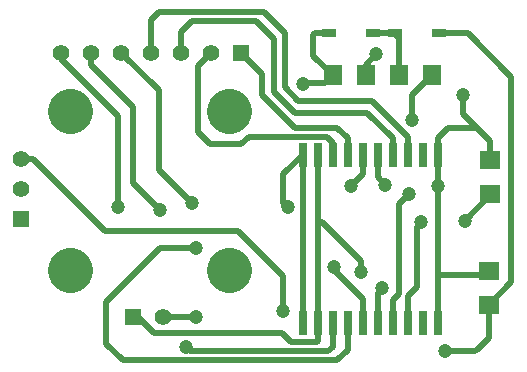
<source format=gtl>
G04 ( created by brdgerber.py ( brdgerber.py v0.1 2014-03-12 ) ) date 2020-11-08 23:19:52 EST*
G04 Gerber Fmt 3.4, Leading zero omitted, Abs format*
%MOIN*%
%FSLAX34Y34*%
G01*
G70*
G90*
G04 APERTURE LIST*
%ADD20C,0.1500*%
%ADD23C,0.0059*%
%ADD11C,0.0000*%
%ADD24C,0.0472*%
%ADD21R,0.0629X0.0709*%
%ADD19R,0.0472X0.0275*%
%ADD17C,0.0120*%
%ADD15R,0.0550X0.0550*%
%ADD14C,0.0050*%
%ADD13C,0.0020*%
%ADD12C,0.0060*%
%ADD25C,0.0100*%
%ADD16C,0.0550*%
%ADD22C,0.0200*%
%ADD10R,0.0260X0.0800*%
%ADD18R,0.0709X0.0629*%
G04 APERTURE END LIST*
G54D20*
D10*
X09300Y19150D03*
D10*
X08800Y19150D03*
D10*
X08300Y19150D03*
D10*
X07800Y19150D03*
D10*
X07300Y19150D03*
D10*
X06800Y19150D03*
D10*
X06300Y19150D03*
D10*
X05800Y19150D03*
D10*
X05800Y13550D03*
D10*
X06300Y13550D03*
D10*
X06800Y13550D03*
D10*
X07300Y13550D03*
D10*
X07800Y13550D03*
D10*
X08300Y13550D03*
D10*
X08800Y13550D03*
D10*
X09300Y13550D03*
D10*
X05300Y19150D03*
D10*
X04800Y19150D03*
D10*
X05300Y13550D03*
D10*
X04800Y13550D03*
D15*
X02750Y22550D03*
D16*
X01750Y22550D03*
D16*
X00750Y22550D03*
D16*
X-00250Y22550D03*
D16*
X-01250Y22550D03*
D16*
X-02250Y22550D03*
D16*
X-03250Y22550D03*
D18*
X11050Y18959D03*
D18*
X11050Y17841D03*
D19*
X05672Y23200D03*
D19*
X07128Y23200D03*
D20*
G01X-02945Y15305D02*
G01X-02945Y15305D01*
D20*
G01X02345Y15305D02*
G01X02345Y15305D01*
D20*
G01X02345Y20595D02*
G01X02345Y20595D01*
D20*
G01X-02945Y20595D02*
G01X-02945Y20595D01*
D15*
X-00850Y13750D03*
D16*
X00150Y13750D03*
D21*
X09109Y21800D03*
D21*
X07991Y21800D03*
D21*
X06909Y21799D03*
D21*
X05791Y21799D03*
D18*
X11000Y15259D03*
D18*
X11000Y14141D03*
D15*
X-04600Y17000D03*
D16*
X-04600Y18000D03*
D16*
X-04600Y19000D03*
D19*
X07872Y23200D03*
D19*
X09328Y23200D03*
D22*
G01X05300Y19150D02*
G01X05300Y13550D01*
D22*
G01X04800Y19150D02*
G01X04800Y13550D01*
D22*
G01X09300Y19150D02*
G01X09300Y18100D01*
D24*
X09300Y18100D03*
D24*
X04300Y17400D03*
D22*
G01X04300Y17400D02*
G01X04150Y17550D01*
D22*
G01X04150Y17550D02*
G01X04150Y18500D01*
D22*
G01X04150Y18500D02*
G01X04800Y19150D01*
D22*
G01X09300Y18100D02*
G01X09300Y13550D01*
D22*
G01X00150Y13750D02*
G01X01250Y13750D01*
D24*
X01250Y13750D03*
D22*
G01X05800Y19150D02*
G01X05800Y19550D01*
D22*
G01X05800Y19550D02*
G01X05600Y19750D01*
D22*
G01X01300Y22100D02*
G01X01750Y22550D01*
D22*
G01X01300Y19900D02*
G01X01300Y22100D01*
D22*
G01X01700Y19500D02*
G01X01300Y19900D01*
D22*
G01X06800Y19150D02*
G01X06800Y18500D01*
D22*
G01X06800Y18500D02*
G01X06400Y18100D01*
D24*
X06400Y18100D03*
D22*
G01X07300Y19150D02*
G01X07300Y18400D01*
D22*
G01X07300Y18400D02*
G01X07550Y18150D01*
D24*
X07550Y18150D03*
D22*
G01X-04600Y19000D02*
G01X-04200Y19000D01*
D22*
G01X-04200Y19000D02*
G01X-01800Y16600D01*
D22*
G01X-01800Y16600D02*
G01X02650Y16600D01*
D22*
G01X02650Y16600D02*
G01X04150Y15100D01*
D22*
G01X04150Y15100D02*
G01X04150Y13950D01*
D24*
X04150Y13950D03*
D22*
G01X-00150Y13200D02*
G01X04100Y13200D01*
D22*
G01X05300Y12950D02*
G01X05300Y13550D01*
D22*
G01X05250Y12900D02*
G01X05300Y12950D01*
D22*
G01X04400Y12900D02*
G01X05250Y12900D01*
D22*
G01X04100Y13200D02*
G01X04400Y12900D01*
D22*
G01X-03250Y22550D02*
G01X-03250Y22350D01*
D22*
G01X-03250Y22350D02*
G01X-01350Y20450D01*
D22*
G01X-01350Y20450D02*
G01X-01350Y17400D01*
D24*
X-01350Y17400D03*
D22*
G01X02750Y19500D02*
G01X01700Y19500D01*
D22*
G01X03000Y19750D02*
G01X02750Y19500D01*
D22*
G01X05600Y19750D02*
G01X03000Y19750D01*
D22*
G01X10600Y12650D02*
G01X11000Y13050D01*
D22*
G01X11000Y13050D02*
G01X11000Y14150D01*
D22*
G01X09300Y15150D02*
G01X10900Y15150D01*
D22*
G01X10900Y15150D02*
G01X11000Y15250D01*
D22*
G01X07300Y13550D02*
G01X07300Y14550D01*
D22*
G01X07300Y14550D02*
G01X07450Y14700D01*
D24*
X07450Y14700D03*
D24*
X10200Y16950D03*
D22*
G01X10200Y16950D02*
G01X11050Y17800D01*
D22*
G01X11050Y17800D02*
G01X11050Y17850D01*
D22*
G01X07800Y13550D02*
G01X07800Y14300D01*
D22*
G01X07800Y14300D02*
G01X08000Y14500D01*
D22*
G01X08000Y14500D02*
G01X08000Y17500D01*
D22*
G01X08000Y17500D02*
G01X08350Y17850D01*
D24*
X08350Y17850D03*
D24*
X08450Y20300D03*
D22*
G01X08450Y20300D02*
G01X08450Y21150D01*
D22*
G01X08450Y21150D02*
G01X09100Y21800D01*
D22*
G01X08300Y13550D02*
G01X08300Y14450D01*
D22*
G01X08300Y14450D02*
G01X08600Y14750D01*
D22*
G01X08600Y14750D02*
G01X08600Y16750D01*
D22*
G01X08600Y16750D02*
G01X08750Y16900D01*
D24*
X08750Y16900D03*
D24*
X04800Y21500D03*
D22*
G01X04800Y21500D02*
G01X04850Y21550D01*
D22*
G01X04850Y21550D02*
G01X05550Y21550D01*
D22*
G01X05550Y21550D02*
G01X05800Y21800D01*
D22*
G01X09300Y19150D02*
G01X09300Y19700D01*
D22*
G01X09300Y19700D02*
G01X09650Y20050D01*
D22*
G01X09650Y20050D02*
G01X10600Y20050D01*
D22*
G01X10600Y20050D02*
G01X11050Y19600D01*
D22*
G01X11050Y19600D02*
G01X11050Y18950D01*
D22*
G01X07150Y23200D02*
G01X07850Y23200D01*
D22*
G01X05650Y23200D02*
G01X05200Y23200D01*
D22*
G01X05200Y23200D02*
G01X05150Y23150D01*
D22*
G01X05150Y23150D02*
G01X05150Y22450D01*
D22*
G01X05150Y22450D02*
G01X05800Y21800D01*
D22*
G01X08000Y21800D02*
G01X08000Y23050D01*
D22*
G01X08000Y23050D02*
G01X07850Y23200D01*
D22*
G01X09350Y23200D02*
G01X10300Y23200D01*
D22*
G01X10300Y23200D02*
G01X11750Y21750D01*
D22*
G01X11750Y21750D02*
G01X11750Y14900D01*
D22*
G01X11750Y14900D02*
G01X11000Y14150D01*
D22*
G01X06900Y21800D02*
G01X06900Y22150D01*
D22*
G01X06900Y22150D02*
G01X07250Y22500D01*
D24*
X07250Y22500D03*
D24*
X10150Y21150D03*
D22*
G01X10150Y21150D02*
G01X10150Y20500D01*
D22*
G01X10150Y20500D02*
G01X10600Y20050D01*
D22*
G01X08300Y19150D02*
G01X08300Y19750D01*
D22*
G01X08300Y19750D02*
G01X07100Y20950D01*
D22*
G01X07100Y20950D02*
G01X04650Y20950D01*
D22*
G01X04650Y20950D02*
G01X04200Y21400D01*
D22*
G01X04200Y21400D02*
G01X04200Y23200D01*
D22*
G01X04200Y23200D02*
G01X03500Y23900D01*
D22*
G01X03500Y23900D02*
G01X00000Y23900D01*
D22*
G01X00000Y23900D02*
G01X-00250Y23650D01*
D22*
G01X-00250Y23650D02*
G01X-00250Y22550D01*
D22*
G01X07800Y19150D02*
G01X07800Y19700D01*
D22*
G01X07800Y19700D02*
G01X06950Y20550D01*
D22*
G01X06950Y20550D02*
G01X04550Y20550D01*
D22*
G01X04550Y20550D02*
G01X03850Y21250D01*
D22*
G01X03850Y21250D02*
G01X03850Y23000D01*
D22*
G01X03850Y23000D02*
G01X03250Y23600D01*
D22*
G01X03250Y23600D02*
G01X01100Y23600D01*
D22*
G01X01100Y23600D02*
G01X00750Y23250D01*
D22*
G01X00750Y23250D02*
G01X00750Y22550D01*
D22*
G01X06300Y19150D02*
G01X06300Y19700D01*
D22*
G01X06300Y19700D02*
G01X05950Y20050D01*
D22*
G01X05950Y20050D02*
G01X04550Y20050D01*
D22*
G01X04550Y20050D02*
G01X03450Y21150D01*
D22*
G01X03450Y21150D02*
G01X03450Y21850D01*
D22*
G01X03450Y21850D02*
G01X02750Y22550D01*
D22*
G01X-00850Y13750D02*
G01X-00700Y13750D01*
D22*
G01X-00700Y13750D02*
G01X-00150Y13200D01*
D22*
G01X05300Y16900D02*
G01X05450Y16900D01*
D22*
G01X05450Y16900D02*
G01X06750Y15600D01*
D22*
G01X06750Y15600D02*
G01X06750Y15250D01*
D24*
X06750Y15250D03*
D24*
X09550Y12600D03*
D22*
G01X09550Y12600D02*
G01X10550Y12600D01*
D22*
G01X10550Y12600D02*
G01X10700Y12750D01*
D22*
G01X06800Y13550D02*
G01X06800Y14350D01*
D22*
G01X06800Y14350D02*
G01X05850Y15300D01*
D22*
G01X05850Y15300D02*
G01X05850Y15400D01*
D24*
X05850Y15400D03*
D22*
G01X05800Y13550D02*
G01X05800Y12750D01*
D22*
G01X05800Y12750D02*
G01X05650Y12600D01*
D22*
G01X05650Y12600D02*
G01X01050Y12600D01*
D22*
G01X01050Y12600D02*
G01X00900Y12750D01*
D24*
X00900Y12750D03*
D24*
X00050Y17300D03*
D22*
G01X00050Y17300D02*
G01X-00850Y18200D01*
D22*
G01X-00850Y18200D02*
G01X-00850Y20750D01*
D22*
G01X-00850Y20750D02*
G01X-02250Y22150D01*
D22*
G01X-02250Y22150D02*
G01X-02250Y22550D01*
D22*
G01X06300Y13550D02*
G01X06300Y12650D01*
D22*
G01X06300Y12650D02*
G01X05950Y12300D01*
D22*
G01X05950Y12300D02*
G01X-01200Y12300D01*
D22*
G01X-01200Y12300D02*
G01X-01750Y12850D01*
D22*
G01X-01750Y12850D02*
G01X-01750Y14250D01*
D22*
G01X-01750Y14250D02*
G01X00050Y16050D01*
D22*
G01X00050Y16050D02*
G01X01250Y16050D01*
D24*
X01250Y16050D03*
D24*
X01100Y17550D03*
D22*
G01X01100Y17550D02*
G01X00000Y18650D01*
D22*
G01X00000Y18650D02*
G01X00000Y21300D01*
D22*
G01X00000Y21300D02*
G01X-01250Y22550D01*
M02*

</source>
